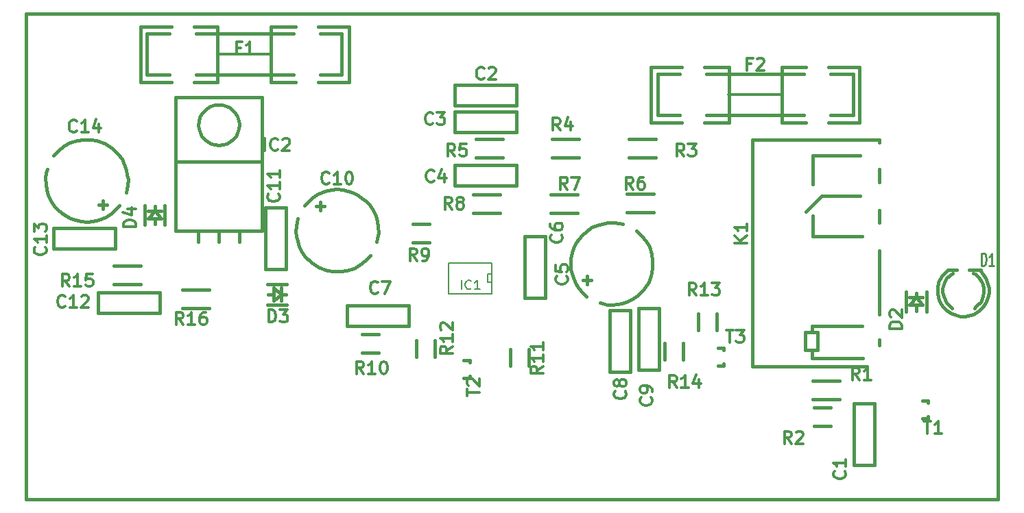
<source format=gbr>
G04 (created by PCBNEW-RS274X (2012-01-19 BZR 3256)-stable) date Mi 26 Sep 2012 16:02:33 CEST*
G01*
G70*
G90*
%MOIN*%
G04 Gerber Fmt 3.4, Leading zero omitted, Abs format*
%FSLAX34Y34*%
G04 APERTURE LIST*
%ADD10C,0.006000*%
%ADD11C,0.015000*%
%ADD12C,0.012000*%
%ADD13C,0.005000*%
%ADD14C,0.010000*%
G04 APERTURE END LIST*
G54D10*
G54D11*
X37400Y-47250D02*
X84644Y-47250D01*
X84644Y-47250D02*
X84644Y-23628D01*
X84644Y-23628D02*
X37400Y-23628D01*
X37400Y-23628D02*
X37400Y-47250D01*
X61626Y-37461D02*
X62626Y-37461D01*
X62626Y-37461D02*
X62626Y-34461D01*
X62626Y-34461D02*
X61626Y-34461D01*
X61626Y-34461D02*
X61626Y-37461D01*
X41752Y-35066D02*
X41752Y-34066D01*
X41752Y-34066D02*
X38752Y-34066D01*
X38752Y-34066D02*
X38752Y-35066D01*
X38752Y-35066D02*
X41752Y-35066D01*
X65760Y-41043D02*
X66760Y-41043D01*
X66760Y-41043D02*
X66760Y-38043D01*
X66760Y-38043D02*
X65760Y-38043D01*
X65760Y-38043D02*
X65760Y-41043D01*
X67178Y-40965D02*
X68178Y-40965D01*
X68178Y-40965D02*
X68178Y-37965D01*
X68178Y-37965D02*
X67178Y-37965D01*
X67178Y-37965D02*
X67178Y-40965D01*
X58248Y-30997D02*
X58248Y-31997D01*
X58248Y-31997D02*
X61248Y-31997D01*
X61248Y-31997D02*
X61248Y-30997D01*
X61248Y-30997D02*
X58248Y-30997D01*
X58249Y-28399D02*
X58249Y-29399D01*
X58249Y-29399D02*
X61249Y-29399D01*
X61249Y-29399D02*
X61249Y-28399D01*
X61249Y-28399D02*
X58249Y-28399D01*
X58248Y-27099D02*
X58248Y-28099D01*
X58248Y-28099D02*
X61248Y-28099D01*
X61248Y-28099D02*
X61248Y-27099D01*
X61248Y-27099D02*
X58248Y-27099D01*
X78650Y-42579D02*
X77650Y-42579D01*
X77650Y-42579D02*
X77650Y-45579D01*
X77650Y-45579D02*
X78650Y-45579D01*
X78650Y-45579D02*
X78650Y-42579D01*
X53012Y-37807D02*
X53012Y-38807D01*
X53012Y-38807D02*
X56012Y-38807D01*
X56012Y-38807D02*
X56012Y-37807D01*
X56012Y-37807D02*
X53012Y-37807D01*
X49028Y-36043D02*
X50028Y-36043D01*
X50028Y-36043D02*
X50028Y-33043D01*
X50028Y-33043D02*
X49028Y-33043D01*
X49028Y-33043D02*
X49028Y-36043D01*
X43917Y-38177D02*
X43917Y-37177D01*
X43917Y-37177D02*
X40917Y-37177D01*
X40917Y-37177D02*
X40917Y-38177D01*
X40917Y-38177D02*
X43917Y-38177D01*
X43661Y-33582D02*
X43661Y-33858D01*
X43661Y-33208D02*
X43661Y-32992D01*
X43661Y-33208D02*
X43976Y-33208D01*
X43661Y-33208D02*
X43346Y-33208D01*
X43661Y-33208D02*
X43346Y-33582D01*
X43346Y-33582D02*
X43976Y-33582D01*
X43976Y-33582D02*
X43661Y-33208D01*
X43169Y-33858D02*
X43169Y-33897D01*
X44153Y-33858D02*
X44153Y-33897D01*
X43169Y-32953D02*
X43169Y-33878D01*
X44153Y-32953D02*
X44153Y-33838D01*
X80670Y-37795D02*
X80670Y-38071D01*
X80670Y-37421D02*
X80670Y-37205D01*
X80670Y-37421D02*
X80985Y-37421D01*
X80670Y-37421D02*
X80355Y-37421D01*
X80670Y-37421D02*
X80355Y-37795D01*
X80355Y-37795D02*
X80985Y-37795D01*
X80985Y-37795D02*
X80670Y-37421D01*
X80178Y-38071D02*
X80178Y-38110D01*
X81162Y-38071D02*
X81162Y-38110D01*
X80178Y-37166D02*
X80178Y-38091D01*
X81162Y-37166D02*
X81162Y-38051D01*
X49449Y-37283D02*
X49173Y-37283D01*
X49823Y-37283D02*
X50039Y-37283D01*
X49823Y-37283D02*
X49823Y-37598D01*
X49823Y-37283D02*
X49823Y-36968D01*
X49823Y-37283D02*
X49449Y-36968D01*
X49449Y-36968D02*
X49449Y-37598D01*
X49449Y-37598D02*
X49823Y-37283D01*
X49173Y-36791D02*
X49134Y-36791D01*
X49173Y-37775D02*
X49134Y-37775D01*
X50078Y-36791D02*
X49153Y-36791D01*
X50078Y-37775D02*
X49193Y-37775D01*
X82203Y-36087D02*
X82653Y-36087D01*
X83803Y-36087D02*
X83253Y-36087D01*
X82453Y-36237D02*
X82303Y-36337D01*
X82303Y-36337D02*
X82153Y-36487D01*
X82153Y-36487D02*
X82053Y-36687D01*
X82053Y-36687D02*
X81953Y-36987D01*
X81953Y-36987D02*
X81953Y-37137D01*
X81953Y-37137D02*
X82003Y-37387D01*
X82003Y-37387D02*
X82153Y-37687D01*
X82153Y-37687D02*
X82253Y-37787D01*
X82253Y-37787D02*
X82403Y-37937D01*
X83803Y-37637D02*
X83653Y-37787D01*
X83653Y-37787D02*
X83553Y-37887D01*
X83553Y-37887D02*
X83503Y-37937D01*
X83453Y-36237D02*
X83553Y-36287D01*
X83553Y-36287D02*
X83703Y-36437D01*
X83703Y-36437D02*
X83853Y-36637D01*
X83853Y-36637D02*
X83903Y-36787D01*
X83903Y-36787D02*
X83953Y-36987D01*
X83953Y-36987D02*
X83953Y-37137D01*
X83953Y-37137D02*
X83903Y-37387D01*
X83903Y-37387D02*
X83803Y-37637D01*
X82203Y-36087D02*
X82053Y-36237D01*
X83803Y-36137D02*
X83903Y-36287D01*
X83903Y-36287D02*
X84053Y-36487D01*
X84053Y-36487D02*
X84153Y-36737D01*
X84153Y-36737D02*
X84203Y-36987D01*
X84203Y-36987D02*
X84203Y-37187D01*
X84203Y-37187D02*
X84153Y-37437D01*
X84153Y-37437D02*
X84053Y-37687D01*
X84053Y-37687D02*
X83903Y-37887D01*
X83903Y-37887D02*
X83703Y-38087D01*
X83703Y-38087D02*
X83453Y-38237D01*
X83453Y-38237D02*
X83303Y-38287D01*
X83303Y-38287D02*
X83053Y-38337D01*
X83053Y-38337D02*
X82803Y-38337D01*
X82803Y-38337D02*
X82603Y-38287D01*
X82603Y-38287D02*
X82353Y-38187D01*
X82353Y-38187D02*
X82153Y-38037D01*
X82153Y-38037D02*
X81953Y-37837D01*
X81953Y-37837D02*
X81853Y-37687D01*
X81853Y-37687D02*
X81753Y-37437D01*
X81753Y-37437D02*
X81703Y-37187D01*
X81703Y-37187D02*
X81703Y-36937D01*
X81703Y-36937D02*
X81753Y-36687D01*
X81753Y-36687D02*
X81903Y-36387D01*
X81903Y-36387D02*
X82053Y-36237D01*
X75591Y-40000D02*
X75591Y-40394D01*
X75591Y-40394D02*
X78072Y-40394D01*
X75591Y-39134D02*
X75591Y-38819D01*
X75591Y-38819D02*
X78032Y-38819D01*
X75631Y-31930D02*
X75631Y-30512D01*
X75631Y-30512D02*
X77954Y-30512D01*
X75631Y-33465D02*
X75631Y-34449D01*
X75631Y-34449D02*
X78032Y-34449D01*
X77954Y-32481D02*
X76064Y-32481D01*
X76064Y-32481D02*
X75316Y-33268D01*
X72717Y-29764D02*
X78859Y-29764D01*
X78859Y-39489D02*
X78859Y-39764D01*
X78859Y-35158D02*
X78859Y-38268D01*
X78859Y-33189D02*
X78859Y-33780D01*
X78859Y-31182D02*
X78859Y-31811D01*
X78859Y-29804D02*
X78859Y-29882D01*
X72717Y-29764D02*
X72717Y-40788D01*
X72717Y-40788D02*
X78269Y-40788D01*
X75532Y-39115D02*
X75276Y-39115D01*
X75276Y-39115D02*
X75276Y-39991D01*
X75276Y-39991D02*
X75877Y-39991D01*
X75877Y-39991D02*
X75877Y-39115D01*
X75877Y-39115D02*
X75512Y-39115D01*
X76103Y-42778D02*
X75703Y-42778D01*
X76103Y-42778D02*
X76503Y-42778D01*
X76103Y-43678D02*
X75703Y-43678D01*
X76103Y-43678D02*
X76503Y-43678D01*
X56600Y-34750D02*
X57000Y-34750D01*
X56600Y-34750D02*
X56200Y-34750D01*
X56600Y-33850D02*
X57000Y-33850D01*
X56600Y-33850D02*
X56200Y-33850D01*
X61828Y-40354D02*
X61828Y-39954D01*
X61828Y-40354D02*
X61828Y-40754D01*
X60928Y-40354D02*
X60928Y-39954D01*
X60928Y-40354D02*
X60928Y-40754D01*
X70062Y-38622D02*
X70062Y-39022D01*
X70062Y-38622D02*
X70062Y-38222D01*
X70962Y-38622D02*
X70962Y-39022D01*
X70962Y-38622D02*
X70962Y-38222D01*
X57262Y-39921D02*
X57262Y-39521D01*
X57262Y-39921D02*
X57262Y-40321D01*
X56362Y-39921D02*
X56362Y-39521D01*
X56362Y-39921D02*
X56362Y-40321D01*
X54134Y-40135D02*
X54534Y-40135D01*
X54134Y-40135D02*
X53734Y-40135D01*
X54134Y-39235D02*
X54534Y-39235D01*
X54134Y-39235D02*
X53734Y-39235D01*
X69348Y-40039D02*
X69348Y-39639D01*
X69348Y-40039D02*
X69348Y-40439D01*
X68448Y-40039D02*
X68448Y-39639D01*
X68448Y-40039D02*
X68448Y-40439D01*
X46318Y-37969D02*
X45018Y-37969D01*
X45668Y-37069D02*
X45018Y-37069D01*
X45668Y-37069D02*
X46318Y-37069D01*
X66713Y-29707D02*
X68013Y-29707D01*
X67363Y-30607D02*
X68013Y-30607D01*
X67363Y-30607D02*
X66713Y-30607D01*
X62973Y-29707D02*
X64273Y-29707D01*
X63623Y-30607D02*
X64273Y-30607D01*
X63623Y-30607D02*
X62973Y-30607D01*
X59272Y-29708D02*
X60572Y-29708D01*
X59922Y-30608D02*
X60572Y-30608D01*
X59922Y-30608D02*
X59272Y-30608D01*
X66594Y-32385D02*
X67894Y-32385D01*
X67244Y-33285D02*
X67894Y-33285D01*
X67244Y-33285D02*
X66594Y-33285D01*
X62893Y-32425D02*
X64193Y-32425D01*
X63543Y-33325D02*
X64193Y-33325D01*
X63543Y-33325D02*
X62893Y-33325D01*
X59153Y-32425D02*
X60453Y-32425D01*
X59803Y-33325D02*
X60453Y-33325D01*
X59803Y-33325D02*
X59153Y-33325D01*
X42973Y-36788D02*
X41673Y-36788D01*
X42323Y-35888D02*
X41673Y-35888D01*
X42323Y-35888D02*
X42973Y-35888D01*
X76950Y-42379D02*
X75650Y-42379D01*
X76300Y-41479D02*
X75650Y-41479D01*
X76300Y-41479D02*
X76950Y-41479D01*
X45770Y-34179D02*
X45770Y-34729D01*
X46770Y-34179D02*
X46770Y-34729D01*
X47770Y-34179D02*
X47770Y-34729D01*
X47759Y-29029D02*
X47740Y-29221D01*
X47684Y-29405D01*
X47593Y-29576D01*
X47471Y-29725D01*
X47323Y-29848D01*
X47153Y-29940D01*
X46968Y-29997D01*
X46776Y-30017D01*
X46585Y-30000D01*
X46400Y-29945D01*
X46229Y-29856D01*
X46079Y-29735D01*
X45954Y-29587D01*
X45861Y-29418D01*
X45803Y-29234D01*
X45782Y-29042D01*
X45798Y-28851D01*
X45851Y-28665D01*
X45939Y-28494D01*
X46059Y-28342D01*
X46206Y-28217D01*
X46375Y-28123D01*
X46558Y-28064D01*
X46750Y-28041D01*
X46941Y-28056D01*
X47127Y-28107D01*
X47299Y-28194D01*
X47452Y-28313D01*
X47578Y-28459D01*
X47673Y-28627D01*
X47734Y-28810D01*
X47758Y-29002D01*
X47759Y-29029D01*
X48870Y-30829D02*
X48870Y-27679D01*
X48870Y-27679D02*
X44670Y-27679D01*
X44670Y-27679D02*
X44670Y-30829D01*
X48870Y-34179D02*
X48870Y-30829D01*
X48870Y-30829D02*
X44670Y-30829D01*
X44670Y-30829D02*
X44670Y-34179D01*
X46770Y-34179D02*
X44670Y-34179D01*
X46770Y-34179D02*
X48870Y-34179D01*
X80965Y-42441D02*
X81241Y-42441D01*
X81241Y-42441D02*
X81241Y-42539D01*
X81241Y-43228D02*
X81241Y-43307D01*
X81241Y-43307D02*
X80965Y-43307D01*
X58681Y-40473D02*
X58957Y-40473D01*
X58957Y-40473D02*
X58957Y-40571D01*
X58957Y-41260D02*
X58957Y-41339D01*
X58957Y-41339D02*
X58681Y-41339D01*
X71043Y-39882D02*
X71319Y-39882D01*
X71319Y-39882D02*
X71319Y-39980D01*
X71319Y-40669D02*
X71319Y-40748D01*
X71319Y-40748D02*
X71043Y-40748D01*
G54D12*
X46751Y-25591D02*
X49311Y-25591D01*
G54D11*
X46716Y-26941D02*
X45566Y-26941D01*
X42966Y-26941D02*
X44466Y-26941D01*
X43266Y-26591D02*
X44366Y-26591D01*
X46716Y-26591D02*
X45666Y-26591D01*
X42966Y-24241D02*
X44466Y-24241D01*
X43266Y-24591D02*
X44366Y-24591D01*
X46716Y-24241D02*
X45566Y-24241D01*
X46716Y-24591D02*
X45666Y-24591D01*
X49297Y-24241D02*
X50497Y-24241D01*
X49297Y-24591D02*
X50397Y-24591D01*
X49297Y-26591D02*
X50397Y-26591D01*
X49297Y-26941D02*
X50497Y-26941D01*
X53097Y-26941D02*
X51597Y-26941D01*
X52747Y-26591D02*
X51697Y-26591D01*
X53097Y-24241D02*
X51597Y-24241D01*
X52747Y-24591D02*
X51697Y-24591D01*
X53097Y-24241D02*
X53097Y-26941D01*
X49297Y-26941D02*
X49297Y-26591D01*
X49297Y-24241D02*
X49297Y-24591D01*
X42965Y-24241D02*
X42965Y-26941D01*
X46715Y-26941D02*
X46715Y-26591D01*
X46715Y-24241D02*
X46715Y-24641D01*
X50281Y-26591D02*
X45681Y-26591D01*
X45731Y-24591D02*
X50281Y-24591D01*
X46715Y-25591D02*
X46715Y-24591D01*
X43265Y-24591D02*
X43265Y-26591D01*
X46715Y-26591D02*
X46715Y-25591D01*
X49297Y-25591D02*
X49297Y-24591D01*
X52746Y-24591D02*
X52746Y-26591D01*
X49297Y-26591D02*
X49297Y-25591D01*
G54D12*
X74115Y-27559D02*
X71555Y-27559D01*
G54D11*
X74150Y-26209D02*
X75300Y-26209D01*
X77900Y-26209D02*
X76400Y-26209D01*
X77600Y-26559D02*
X76500Y-26559D01*
X74150Y-26559D02*
X75200Y-26559D01*
X77900Y-28909D02*
X76400Y-28909D01*
X77600Y-28559D02*
X76500Y-28559D01*
X74150Y-28909D02*
X75300Y-28909D01*
X74150Y-28559D02*
X75200Y-28559D01*
X71569Y-28909D02*
X70369Y-28909D01*
X71569Y-28559D02*
X70469Y-28559D01*
X71569Y-26559D02*
X70469Y-26559D01*
X71569Y-26209D02*
X70369Y-26209D01*
X67769Y-26209D02*
X69269Y-26209D01*
X68119Y-26559D02*
X69169Y-26559D01*
X67769Y-28909D02*
X69269Y-28909D01*
X68119Y-28559D02*
X69169Y-28559D01*
X67769Y-28909D02*
X67769Y-26209D01*
X71569Y-26209D02*
X71569Y-26559D01*
X71569Y-28909D02*
X71569Y-28559D01*
X77901Y-28909D02*
X77901Y-26209D01*
X74151Y-26209D02*
X74151Y-26559D01*
X74151Y-28909D02*
X74151Y-28509D01*
X70585Y-26559D02*
X75185Y-26559D01*
X75135Y-28559D02*
X70585Y-28559D01*
X74151Y-27559D02*
X74151Y-28559D01*
X77601Y-28559D02*
X77601Y-26559D01*
X74151Y-26559D02*
X74151Y-27559D01*
X71569Y-27559D02*
X71569Y-28559D01*
X68120Y-28559D02*
X68120Y-26559D01*
X71569Y-26559D02*
X71569Y-27559D01*
G54D13*
X60050Y-35800D02*
X60050Y-35750D01*
X60050Y-35750D02*
X57950Y-35750D01*
X57950Y-37250D02*
X60050Y-37250D01*
X60050Y-37250D02*
X60050Y-35800D01*
X60050Y-36700D02*
X59850Y-36700D01*
X59850Y-36700D02*
X59850Y-36300D01*
X59850Y-36300D02*
X60050Y-36300D01*
X57950Y-37250D02*
X57950Y-35750D01*
G54D11*
X65296Y-37696D02*
X65434Y-37736D01*
X65434Y-37736D02*
X65631Y-37775D01*
X65631Y-37775D02*
X65906Y-37795D01*
X65906Y-37795D02*
X66143Y-37756D01*
X66143Y-37756D02*
X66379Y-37716D01*
X66379Y-37716D02*
X66654Y-37618D01*
X66654Y-37618D02*
X66910Y-37500D01*
X66910Y-37500D02*
X67147Y-37322D01*
X67147Y-37322D02*
X67422Y-37047D01*
X67422Y-37047D02*
X67658Y-36693D01*
X67658Y-36693D02*
X67816Y-36259D01*
X67816Y-36259D02*
X67855Y-35964D01*
X67855Y-35964D02*
X67855Y-35610D01*
X67855Y-35610D02*
X67816Y-35334D01*
X67816Y-35334D02*
X67698Y-34960D01*
X67698Y-34960D02*
X67540Y-34685D01*
X67540Y-34685D02*
X67304Y-34409D01*
X67304Y-34409D02*
X67068Y-34173D01*
X65414Y-33838D02*
X65139Y-33917D01*
X65139Y-33917D02*
X64883Y-34035D01*
X64883Y-34035D02*
X64627Y-34212D01*
X64627Y-34212D02*
X64450Y-34370D01*
X64450Y-34370D02*
X64273Y-34586D01*
X64273Y-34586D02*
X64154Y-34763D01*
X64154Y-34763D02*
X64017Y-35019D01*
X64017Y-35019D02*
X63938Y-35256D01*
X63938Y-35256D02*
X63879Y-35511D01*
X63879Y-35511D02*
X63859Y-35807D01*
X63859Y-35807D02*
X63879Y-36063D01*
X63879Y-36063D02*
X63958Y-36378D01*
X63958Y-36378D02*
X64095Y-36712D01*
X64095Y-36712D02*
X64253Y-36968D01*
X64253Y-36968D02*
X64469Y-37204D01*
X64469Y-37204D02*
X64647Y-37381D01*
X66418Y-33858D02*
X66241Y-33818D01*
X66241Y-33818D02*
X65965Y-33779D01*
X65965Y-33779D02*
X65670Y-33799D01*
X65670Y-33799D02*
X65414Y-33838D01*
X64467Y-36587D02*
X64867Y-36587D01*
X64667Y-36787D02*
X64667Y-36387D01*
X50611Y-33602D02*
X50571Y-33740D01*
X50571Y-33740D02*
X50532Y-33937D01*
X50532Y-33937D02*
X50512Y-34212D01*
X50512Y-34212D02*
X50551Y-34449D01*
X50551Y-34449D02*
X50591Y-34685D01*
X50591Y-34685D02*
X50689Y-34960D01*
X50689Y-34960D02*
X50807Y-35216D01*
X50807Y-35216D02*
X50985Y-35453D01*
X50985Y-35453D02*
X51260Y-35728D01*
X51260Y-35728D02*
X51614Y-35964D01*
X51614Y-35964D02*
X52048Y-36122D01*
X52048Y-36122D02*
X52343Y-36161D01*
X52343Y-36161D02*
X52697Y-36161D01*
X52697Y-36161D02*
X52973Y-36122D01*
X52973Y-36122D02*
X53347Y-36004D01*
X53347Y-36004D02*
X53622Y-35846D01*
X53622Y-35846D02*
X53898Y-35610D01*
X53898Y-35610D02*
X54134Y-35374D01*
X54469Y-33720D02*
X54390Y-33445D01*
X54390Y-33445D02*
X54272Y-33189D01*
X54272Y-33189D02*
X54095Y-32933D01*
X54095Y-32933D02*
X53937Y-32756D01*
X53937Y-32756D02*
X53721Y-32579D01*
X53721Y-32579D02*
X53544Y-32460D01*
X53544Y-32460D02*
X53288Y-32323D01*
X53288Y-32323D02*
X53051Y-32244D01*
X53051Y-32244D02*
X52796Y-32185D01*
X52796Y-32185D02*
X52500Y-32165D01*
X52500Y-32165D02*
X52244Y-32185D01*
X52244Y-32185D02*
X51929Y-32264D01*
X51929Y-32264D02*
X51595Y-32401D01*
X51595Y-32401D02*
X51339Y-32559D01*
X51339Y-32559D02*
X51103Y-32775D01*
X51103Y-32775D02*
X50926Y-32953D01*
X54449Y-34724D02*
X54489Y-34547D01*
X54489Y-34547D02*
X54528Y-34271D01*
X54528Y-34271D02*
X54508Y-33976D01*
X54508Y-33976D02*
X54469Y-33720D01*
X51720Y-32773D02*
X51720Y-33173D01*
X51520Y-32973D02*
X51920Y-32973D01*
X42263Y-32303D02*
X42303Y-32165D01*
X42303Y-32165D02*
X42342Y-31968D01*
X42342Y-31968D02*
X42362Y-31693D01*
X42362Y-31693D02*
X42323Y-31456D01*
X42323Y-31456D02*
X42283Y-31220D01*
X42283Y-31220D02*
X42185Y-30945D01*
X42185Y-30945D02*
X42067Y-30689D01*
X42067Y-30689D02*
X41889Y-30452D01*
X41889Y-30452D02*
X41614Y-30177D01*
X41614Y-30177D02*
X41260Y-29941D01*
X41260Y-29941D02*
X40826Y-29783D01*
X40826Y-29783D02*
X40531Y-29744D01*
X40531Y-29744D02*
X40177Y-29744D01*
X40177Y-29744D02*
X39901Y-29783D01*
X39901Y-29783D02*
X39527Y-29901D01*
X39527Y-29901D02*
X39252Y-30059D01*
X39252Y-30059D02*
X38976Y-30295D01*
X38976Y-30295D02*
X38740Y-30531D01*
X38405Y-32185D02*
X38484Y-32460D01*
X38484Y-32460D02*
X38602Y-32716D01*
X38602Y-32716D02*
X38779Y-32972D01*
X38779Y-32972D02*
X38937Y-33149D01*
X38937Y-33149D02*
X39153Y-33326D01*
X39153Y-33326D02*
X39330Y-33445D01*
X39330Y-33445D02*
X39586Y-33582D01*
X39586Y-33582D02*
X39823Y-33661D01*
X39823Y-33661D02*
X40078Y-33720D01*
X40078Y-33720D02*
X40374Y-33740D01*
X40374Y-33740D02*
X40630Y-33720D01*
X40630Y-33720D02*
X40945Y-33641D01*
X40945Y-33641D02*
X41279Y-33504D01*
X41279Y-33504D02*
X41535Y-33346D01*
X41535Y-33346D02*
X41771Y-33130D01*
X41771Y-33130D02*
X41948Y-32952D01*
X38425Y-31181D02*
X38385Y-31358D01*
X38385Y-31358D02*
X38346Y-31634D01*
X38346Y-31634D02*
X38366Y-31929D01*
X38366Y-31929D02*
X38405Y-32185D01*
X41154Y-33132D02*
X41154Y-32732D01*
X41354Y-32932D02*
X40954Y-32932D01*
G54D12*
X63426Y-34375D02*
X63454Y-34404D01*
X63483Y-34490D01*
X63483Y-34547D01*
X63454Y-34632D01*
X63397Y-34690D01*
X63340Y-34718D01*
X63226Y-34747D01*
X63140Y-34747D01*
X63026Y-34718D01*
X62969Y-34690D01*
X62911Y-34632D01*
X62883Y-34547D01*
X62883Y-34490D01*
X62911Y-34404D01*
X62940Y-34375D01*
X62883Y-33861D02*
X62883Y-33975D01*
X62911Y-34032D01*
X62940Y-34061D01*
X63026Y-34118D01*
X63140Y-34147D01*
X63369Y-34147D01*
X63426Y-34118D01*
X63454Y-34090D01*
X63483Y-34032D01*
X63483Y-33918D01*
X63454Y-33861D01*
X63426Y-33832D01*
X63369Y-33804D01*
X63226Y-33804D01*
X63169Y-33832D01*
X63140Y-33861D01*
X63111Y-33918D01*
X63111Y-34032D01*
X63140Y-34090D01*
X63169Y-34118D01*
X63226Y-34147D01*
X38336Y-34985D02*
X38364Y-35014D01*
X38393Y-35100D01*
X38393Y-35157D01*
X38364Y-35242D01*
X38307Y-35300D01*
X38250Y-35328D01*
X38136Y-35357D01*
X38050Y-35357D01*
X37936Y-35328D01*
X37879Y-35300D01*
X37821Y-35242D01*
X37793Y-35157D01*
X37793Y-35100D01*
X37821Y-35014D01*
X37850Y-34985D01*
X38393Y-34414D02*
X38393Y-34757D01*
X38393Y-34585D02*
X37793Y-34585D01*
X37879Y-34642D01*
X37936Y-34700D01*
X37964Y-34757D01*
X37793Y-34214D02*
X37793Y-33843D01*
X38021Y-34043D01*
X38021Y-33957D01*
X38050Y-33900D01*
X38079Y-33871D01*
X38136Y-33843D01*
X38279Y-33843D01*
X38336Y-33871D01*
X38364Y-33900D01*
X38393Y-33957D01*
X38393Y-34129D01*
X38364Y-34186D01*
X38336Y-34214D01*
X66525Y-41989D02*
X66553Y-42018D01*
X66582Y-42104D01*
X66582Y-42161D01*
X66553Y-42246D01*
X66496Y-42304D01*
X66439Y-42332D01*
X66325Y-42361D01*
X66239Y-42361D01*
X66125Y-42332D01*
X66068Y-42304D01*
X66010Y-42246D01*
X65982Y-42161D01*
X65982Y-42104D01*
X66010Y-42018D01*
X66039Y-41989D01*
X66239Y-41646D02*
X66210Y-41704D01*
X66182Y-41732D01*
X66125Y-41761D01*
X66096Y-41761D01*
X66039Y-41732D01*
X66010Y-41704D01*
X65982Y-41646D01*
X65982Y-41532D01*
X66010Y-41475D01*
X66039Y-41446D01*
X66096Y-41418D01*
X66125Y-41418D01*
X66182Y-41446D01*
X66210Y-41475D01*
X66239Y-41532D01*
X66239Y-41646D01*
X66268Y-41704D01*
X66296Y-41732D01*
X66353Y-41761D01*
X66468Y-41761D01*
X66525Y-41732D01*
X66553Y-41704D01*
X66582Y-41646D01*
X66582Y-41532D01*
X66553Y-41475D01*
X66525Y-41446D01*
X66468Y-41418D01*
X66353Y-41418D01*
X66296Y-41446D01*
X66268Y-41475D01*
X66239Y-41532D01*
X67786Y-42299D02*
X67814Y-42328D01*
X67843Y-42414D01*
X67843Y-42471D01*
X67814Y-42556D01*
X67757Y-42614D01*
X67700Y-42642D01*
X67586Y-42671D01*
X67500Y-42671D01*
X67386Y-42642D01*
X67329Y-42614D01*
X67271Y-42556D01*
X67243Y-42471D01*
X67243Y-42414D01*
X67271Y-42328D01*
X67300Y-42299D01*
X67843Y-42014D02*
X67843Y-41899D01*
X67814Y-41842D01*
X67786Y-41814D01*
X67700Y-41756D01*
X67586Y-41728D01*
X67357Y-41728D01*
X67300Y-41756D01*
X67271Y-41785D01*
X67243Y-41842D01*
X67243Y-41956D01*
X67271Y-42014D01*
X67300Y-42042D01*
X67357Y-42071D01*
X67500Y-42071D01*
X67557Y-42042D01*
X67586Y-42014D01*
X67614Y-41956D01*
X67614Y-41842D01*
X67586Y-41785D01*
X67557Y-41756D01*
X67500Y-41728D01*
X57224Y-31761D02*
X57195Y-31789D01*
X57109Y-31818D01*
X57052Y-31818D01*
X56967Y-31789D01*
X56909Y-31732D01*
X56881Y-31675D01*
X56852Y-31561D01*
X56852Y-31475D01*
X56881Y-31361D01*
X56909Y-31304D01*
X56967Y-31246D01*
X57052Y-31218D01*
X57109Y-31218D01*
X57195Y-31246D01*
X57224Y-31275D01*
X57738Y-31418D02*
X57738Y-31818D01*
X57595Y-31189D02*
X57452Y-31618D01*
X57824Y-31618D01*
X57184Y-28966D02*
X57155Y-28994D01*
X57069Y-29023D01*
X57012Y-29023D01*
X56927Y-28994D01*
X56869Y-28937D01*
X56841Y-28880D01*
X56812Y-28766D01*
X56812Y-28680D01*
X56841Y-28566D01*
X56869Y-28509D01*
X56927Y-28451D01*
X57012Y-28423D01*
X57069Y-28423D01*
X57155Y-28451D01*
X57184Y-28480D01*
X57384Y-28423D02*
X57755Y-28423D01*
X57555Y-28651D01*
X57641Y-28651D01*
X57698Y-28680D01*
X57727Y-28709D01*
X57755Y-28766D01*
X57755Y-28909D01*
X57727Y-28966D01*
X57698Y-28994D01*
X57641Y-29023D01*
X57469Y-29023D01*
X57412Y-28994D01*
X57384Y-28966D01*
X59665Y-26761D02*
X59636Y-26789D01*
X59550Y-26818D01*
X59493Y-26818D01*
X59408Y-26789D01*
X59350Y-26732D01*
X59322Y-26675D01*
X59293Y-26561D01*
X59293Y-26475D01*
X59322Y-26361D01*
X59350Y-26304D01*
X59408Y-26246D01*
X59493Y-26218D01*
X59550Y-26218D01*
X59636Y-26246D01*
X59665Y-26275D01*
X59893Y-26275D02*
X59922Y-26246D01*
X59979Y-26218D01*
X60122Y-26218D01*
X60179Y-26246D01*
X60208Y-26275D01*
X60236Y-26332D01*
X60236Y-26389D01*
X60208Y-26475D01*
X59865Y-26818D01*
X60236Y-26818D01*
X77194Y-45886D02*
X77222Y-45915D01*
X77251Y-46001D01*
X77251Y-46058D01*
X77222Y-46143D01*
X77165Y-46201D01*
X77108Y-46229D01*
X76994Y-46258D01*
X76908Y-46258D01*
X76794Y-46229D01*
X76737Y-46201D01*
X76679Y-46143D01*
X76651Y-46058D01*
X76651Y-46001D01*
X76679Y-45915D01*
X76708Y-45886D01*
X77251Y-45315D02*
X77251Y-45658D01*
X77251Y-45486D02*
X76651Y-45486D01*
X76737Y-45543D01*
X76794Y-45601D01*
X76822Y-45658D01*
X54501Y-37186D02*
X54472Y-37214D01*
X54386Y-37243D01*
X54329Y-37243D01*
X54244Y-37214D01*
X54186Y-37157D01*
X54158Y-37100D01*
X54129Y-36986D01*
X54129Y-36900D01*
X54158Y-36786D01*
X54186Y-36729D01*
X54244Y-36671D01*
X54329Y-36643D01*
X54386Y-36643D01*
X54472Y-36671D01*
X54501Y-36700D01*
X54701Y-36643D02*
X55101Y-36643D01*
X54844Y-37243D01*
X49674Y-32393D02*
X49702Y-32422D01*
X49731Y-32508D01*
X49731Y-32565D01*
X49702Y-32650D01*
X49645Y-32708D01*
X49588Y-32736D01*
X49474Y-32765D01*
X49388Y-32765D01*
X49274Y-32736D01*
X49217Y-32708D01*
X49159Y-32650D01*
X49131Y-32565D01*
X49131Y-32508D01*
X49159Y-32422D01*
X49188Y-32393D01*
X49731Y-31822D02*
X49731Y-32165D01*
X49731Y-31993D02*
X49131Y-31993D01*
X49217Y-32050D01*
X49274Y-32108D01*
X49302Y-32165D01*
X49731Y-31251D02*
X49731Y-31594D01*
X49731Y-31422D02*
X49131Y-31422D01*
X49217Y-31479D01*
X49274Y-31537D01*
X49302Y-31594D01*
X39300Y-37863D02*
X39271Y-37891D01*
X39185Y-37920D01*
X39128Y-37920D01*
X39043Y-37891D01*
X38985Y-37834D01*
X38957Y-37777D01*
X38928Y-37663D01*
X38928Y-37577D01*
X38957Y-37463D01*
X38985Y-37406D01*
X39043Y-37348D01*
X39128Y-37320D01*
X39185Y-37320D01*
X39271Y-37348D01*
X39300Y-37377D01*
X39871Y-37920D02*
X39528Y-37920D01*
X39700Y-37920D02*
X39700Y-37320D01*
X39643Y-37406D01*
X39585Y-37463D01*
X39528Y-37491D01*
X40099Y-37377D02*
X40128Y-37348D01*
X40185Y-37320D01*
X40328Y-37320D01*
X40385Y-37348D01*
X40414Y-37377D01*
X40442Y-37434D01*
X40442Y-37491D01*
X40414Y-37577D01*
X40071Y-37920D01*
X40442Y-37920D01*
X42743Y-33992D02*
X42143Y-33992D01*
X42143Y-33849D01*
X42171Y-33764D01*
X42229Y-33706D01*
X42286Y-33678D01*
X42400Y-33649D01*
X42486Y-33649D01*
X42600Y-33678D01*
X42657Y-33706D01*
X42714Y-33764D01*
X42743Y-33849D01*
X42743Y-33992D01*
X42343Y-33135D02*
X42743Y-33135D01*
X42114Y-33278D02*
X42543Y-33421D01*
X42543Y-33049D01*
X79967Y-38946D02*
X79367Y-38946D01*
X79367Y-38803D01*
X79395Y-38718D01*
X79453Y-38660D01*
X79510Y-38632D01*
X79624Y-38603D01*
X79710Y-38603D01*
X79824Y-38632D01*
X79881Y-38660D01*
X79938Y-38718D01*
X79967Y-38803D01*
X79967Y-38946D01*
X79424Y-38375D02*
X79395Y-38346D01*
X79367Y-38289D01*
X79367Y-38146D01*
X79395Y-38089D01*
X79424Y-38060D01*
X79481Y-38032D01*
X79538Y-38032D01*
X79624Y-38060D01*
X79967Y-38403D01*
X79967Y-38032D01*
X49204Y-38629D02*
X49204Y-38029D01*
X49347Y-38029D01*
X49432Y-38057D01*
X49490Y-38115D01*
X49518Y-38172D01*
X49547Y-38286D01*
X49547Y-38372D01*
X49518Y-38486D01*
X49490Y-38543D01*
X49432Y-38600D01*
X49347Y-38629D01*
X49204Y-38629D01*
X49747Y-38029D02*
X50118Y-38029D01*
X49918Y-38257D01*
X50004Y-38257D01*
X50061Y-38286D01*
X50090Y-38315D01*
X50118Y-38372D01*
X50118Y-38515D01*
X50090Y-38572D01*
X50061Y-38600D01*
X50004Y-38629D01*
X49832Y-38629D01*
X49775Y-38600D01*
X49747Y-38572D01*
G54D14*
X83839Y-35873D02*
X83839Y-35273D01*
X83934Y-35273D01*
X83992Y-35301D01*
X84030Y-35359D01*
X84049Y-35416D01*
X84068Y-35530D01*
X84068Y-35616D01*
X84049Y-35730D01*
X84030Y-35787D01*
X83992Y-35844D01*
X83934Y-35873D01*
X83839Y-35873D01*
X84449Y-35873D02*
X84220Y-35873D01*
X84334Y-35873D02*
X84334Y-35273D01*
X84296Y-35359D01*
X84258Y-35416D01*
X84220Y-35444D01*
G54D12*
X72448Y-34773D02*
X71848Y-34773D01*
X72448Y-34430D02*
X72105Y-34687D01*
X71848Y-34430D02*
X72191Y-34773D01*
X72448Y-33859D02*
X72448Y-34202D01*
X72448Y-34030D02*
X71848Y-34030D01*
X71934Y-34087D01*
X71991Y-34145D01*
X72019Y-34202D01*
X74601Y-44543D02*
X74401Y-44257D01*
X74258Y-44543D02*
X74258Y-43943D01*
X74486Y-43943D01*
X74544Y-43971D01*
X74572Y-44000D01*
X74601Y-44057D01*
X74601Y-44143D01*
X74572Y-44200D01*
X74544Y-44229D01*
X74486Y-44257D01*
X74258Y-44257D01*
X74829Y-44000D02*
X74858Y-43971D01*
X74915Y-43943D01*
X75058Y-43943D01*
X75115Y-43971D01*
X75144Y-44000D01*
X75172Y-44057D01*
X75172Y-44114D01*
X75144Y-44200D01*
X74801Y-44543D01*
X75172Y-44543D01*
X56401Y-35643D02*
X56201Y-35357D01*
X56058Y-35643D02*
X56058Y-35043D01*
X56286Y-35043D01*
X56344Y-35071D01*
X56372Y-35100D01*
X56401Y-35157D01*
X56401Y-35243D01*
X56372Y-35300D01*
X56344Y-35329D01*
X56286Y-35357D01*
X56058Y-35357D01*
X56686Y-35643D02*
X56801Y-35643D01*
X56858Y-35614D01*
X56886Y-35586D01*
X56944Y-35500D01*
X56972Y-35386D01*
X56972Y-35157D01*
X56944Y-35100D01*
X56915Y-35071D01*
X56858Y-35043D01*
X56744Y-35043D01*
X56686Y-35071D01*
X56658Y-35100D01*
X56629Y-35157D01*
X56629Y-35300D01*
X56658Y-35357D01*
X56686Y-35386D01*
X56744Y-35414D01*
X56858Y-35414D01*
X56915Y-35386D01*
X56944Y-35357D01*
X56972Y-35300D01*
X62527Y-40778D02*
X62241Y-40978D01*
X62527Y-41121D02*
X61927Y-41121D01*
X61927Y-40893D01*
X61955Y-40835D01*
X61984Y-40807D01*
X62041Y-40778D01*
X62127Y-40778D01*
X62184Y-40807D01*
X62213Y-40835D01*
X62241Y-40893D01*
X62241Y-41121D01*
X62527Y-40207D02*
X62527Y-40550D01*
X62527Y-40378D02*
X61927Y-40378D01*
X62013Y-40435D01*
X62070Y-40493D01*
X62098Y-40550D01*
X62527Y-39636D02*
X62527Y-39979D01*
X62527Y-39807D02*
X61927Y-39807D01*
X62013Y-39864D01*
X62070Y-39922D01*
X62098Y-39979D01*
X69969Y-37330D02*
X69769Y-37044D01*
X69626Y-37330D02*
X69626Y-36730D01*
X69854Y-36730D01*
X69912Y-36758D01*
X69940Y-36787D01*
X69969Y-36844D01*
X69969Y-36930D01*
X69940Y-36987D01*
X69912Y-37016D01*
X69854Y-37044D01*
X69626Y-37044D01*
X70540Y-37330D02*
X70197Y-37330D01*
X70369Y-37330D02*
X70369Y-36730D01*
X70312Y-36816D01*
X70254Y-36873D01*
X70197Y-36901D01*
X70740Y-36730D02*
X71111Y-36730D01*
X70911Y-36958D01*
X70997Y-36958D01*
X71054Y-36987D01*
X71083Y-37016D01*
X71111Y-37073D01*
X71111Y-37216D01*
X71083Y-37273D01*
X71054Y-37301D01*
X70997Y-37330D01*
X70825Y-37330D01*
X70768Y-37301D01*
X70740Y-37273D01*
X58129Y-39806D02*
X57843Y-40006D01*
X58129Y-40149D02*
X57529Y-40149D01*
X57529Y-39921D01*
X57557Y-39863D01*
X57586Y-39835D01*
X57643Y-39806D01*
X57729Y-39806D01*
X57786Y-39835D01*
X57815Y-39863D01*
X57843Y-39921D01*
X57843Y-40149D01*
X58129Y-39235D02*
X58129Y-39578D01*
X58129Y-39406D02*
X57529Y-39406D01*
X57615Y-39463D01*
X57672Y-39521D01*
X57700Y-39578D01*
X57586Y-39007D02*
X57557Y-38978D01*
X57529Y-38921D01*
X57529Y-38778D01*
X57557Y-38721D01*
X57586Y-38692D01*
X57643Y-38664D01*
X57700Y-38664D01*
X57786Y-38692D01*
X58129Y-39035D01*
X58129Y-38664D01*
X53815Y-41143D02*
X53615Y-40857D01*
X53472Y-41143D02*
X53472Y-40543D01*
X53700Y-40543D01*
X53758Y-40571D01*
X53786Y-40600D01*
X53815Y-40657D01*
X53815Y-40743D01*
X53786Y-40800D01*
X53758Y-40829D01*
X53700Y-40857D01*
X53472Y-40857D01*
X54386Y-41143D02*
X54043Y-41143D01*
X54215Y-41143D02*
X54215Y-40543D01*
X54158Y-40629D01*
X54100Y-40686D01*
X54043Y-40714D01*
X54757Y-40543D02*
X54814Y-40543D01*
X54871Y-40571D01*
X54900Y-40600D01*
X54929Y-40657D01*
X54957Y-40771D01*
X54957Y-40914D01*
X54929Y-41029D01*
X54900Y-41086D01*
X54871Y-41114D01*
X54814Y-41143D01*
X54757Y-41143D01*
X54700Y-41114D01*
X54671Y-41086D01*
X54643Y-41029D01*
X54614Y-40914D01*
X54614Y-40771D01*
X54643Y-40657D01*
X54671Y-40600D01*
X54700Y-40571D01*
X54757Y-40543D01*
X69024Y-41818D02*
X68824Y-41532D01*
X68681Y-41818D02*
X68681Y-41218D01*
X68909Y-41218D01*
X68967Y-41246D01*
X68995Y-41275D01*
X69024Y-41332D01*
X69024Y-41418D01*
X68995Y-41475D01*
X68967Y-41504D01*
X68909Y-41532D01*
X68681Y-41532D01*
X69595Y-41818D02*
X69252Y-41818D01*
X69424Y-41818D02*
X69424Y-41218D01*
X69367Y-41304D01*
X69309Y-41361D01*
X69252Y-41389D01*
X70109Y-41418D02*
X70109Y-41818D01*
X69966Y-41189D02*
X69823Y-41618D01*
X70195Y-41618D01*
X45048Y-38747D02*
X44848Y-38461D01*
X44705Y-38747D02*
X44705Y-38147D01*
X44933Y-38147D01*
X44991Y-38175D01*
X45019Y-38204D01*
X45048Y-38261D01*
X45048Y-38347D01*
X45019Y-38404D01*
X44991Y-38433D01*
X44933Y-38461D01*
X44705Y-38461D01*
X45619Y-38747D02*
X45276Y-38747D01*
X45448Y-38747D02*
X45448Y-38147D01*
X45391Y-38233D01*
X45333Y-38290D01*
X45276Y-38318D01*
X46133Y-38147D02*
X46019Y-38147D01*
X45962Y-38175D01*
X45933Y-38204D01*
X45876Y-38290D01*
X45847Y-38404D01*
X45847Y-38633D01*
X45876Y-38690D01*
X45904Y-38718D01*
X45962Y-38747D01*
X46076Y-38747D01*
X46133Y-38718D01*
X46162Y-38690D01*
X46190Y-38633D01*
X46190Y-38490D01*
X46162Y-38433D01*
X46133Y-38404D01*
X46076Y-38375D01*
X45962Y-38375D01*
X45904Y-38404D01*
X45876Y-38433D01*
X45847Y-38490D01*
X69389Y-30558D02*
X69189Y-30272D01*
X69046Y-30558D02*
X69046Y-29958D01*
X69274Y-29958D01*
X69332Y-29986D01*
X69360Y-30015D01*
X69389Y-30072D01*
X69389Y-30158D01*
X69360Y-30215D01*
X69332Y-30244D01*
X69274Y-30272D01*
X69046Y-30272D01*
X69589Y-29958D02*
X69960Y-29958D01*
X69760Y-30186D01*
X69846Y-30186D01*
X69903Y-30215D01*
X69932Y-30244D01*
X69960Y-30301D01*
X69960Y-30444D01*
X69932Y-30501D01*
X69903Y-30529D01*
X69846Y-30558D01*
X69674Y-30558D01*
X69617Y-30529D01*
X69589Y-30501D01*
X63366Y-29298D02*
X63166Y-29012D01*
X63023Y-29298D02*
X63023Y-28698D01*
X63251Y-28698D01*
X63309Y-28726D01*
X63337Y-28755D01*
X63366Y-28812D01*
X63366Y-28898D01*
X63337Y-28955D01*
X63309Y-28984D01*
X63251Y-29012D01*
X63023Y-29012D01*
X63880Y-28898D02*
X63880Y-29298D01*
X63737Y-28669D02*
X63594Y-29098D01*
X63966Y-29098D01*
X58247Y-30558D02*
X58047Y-30272D01*
X57904Y-30558D02*
X57904Y-29958D01*
X58132Y-29958D01*
X58190Y-29986D01*
X58218Y-30015D01*
X58247Y-30072D01*
X58247Y-30158D01*
X58218Y-30215D01*
X58190Y-30244D01*
X58132Y-30272D01*
X57904Y-30272D01*
X58790Y-29958D02*
X58504Y-29958D01*
X58475Y-30244D01*
X58504Y-30215D01*
X58561Y-30186D01*
X58704Y-30186D01*
X58761Y-30215D01*
X58790Y-30244D01*
X58818Y-30301D01*
X58818Y-30444D01*
X58790Y-30501D01*
X58761Y-30529D01*
X58704Y-30558D01*
X58561Y-30558D01*
X58504Y-30529D01*
X58475Y-30501D01*
X66909Y-32172D02*
X66709Y-31886D01*
X66566Y-32172D02*
X66566Y-31572D01*
X66794Y-31572D01*
X66852Y-31600D01*
X66880Y-31629D01*
X66909Y-31686D01*
X66909Y-31772D01*
X66880Y-31829D01*
X66852Y-31858D01*
X66794Y-31886D01*
X66566Y-31886D01*
X67423Y-31572D02*
X67309Y-31572D01*
X67252Y-31600D01*
X67223Y-31629D01*
X67166Y-31715D01*
X67137Y-31829D01*
X67137Y-32058D01*
X67166Y-32115D01*
X67194Y-32143D01*
X67252Y-32172D01*
X67366Y-32172D01*
X67423Y-32143D01*
X67452Y-32115D01*
X67480Y-32058D01*
X67480Y-31915D01*
X67452Y-31858D01*
X67423Y-31829D01*
X67366Y-31800D01*
X67252Y-31800D01*
X67194Y-31829D01*
X67166Y-31858D01*
X67137Y-31915D01*
X63720Y-32172D02*
X63520Y-31886D01*
X63377Y-32172D02*
X63377Y-31572D01*
X63605Y-31572D01*
X63663Y-31600D01*
X63691Y-31629D01*
X63720Y-31686D01*
X63720Y-31772D01*
X63691Y-31829D01*
X63663Y-31858D01*
X63605Y-31886D01*
X63377Y-31886D01*
X63920Y-31572D02*
X64320Y-31572D01*
X64063Y-32172D01*
X58101Y-33143D02*
X57901Y-32857D01*
X57758Y-33143D02*
X57758Y-32543D01*
X57986Y-32543D01*
X58044Y-32571D01*
X58072Y-32600D01*
X58101Y-32657D01*
X58101Y-32743D01*
X58072Y-32800D01*
X58044Y-32829D01*
X57986Y-32857D01*
X57758Y-32857D01*
X58444Y-32800D02*
X58386Y-32771D01*
X58358Y-32743D01*
X58329Y-32686D01*
X58329Y-32657D01*
X58358Y-32600D01*
X58386Y-32571D01*
X58444Y-32543D01*
X58558Y-32543D01*
X58615Y-32571D01*
X58644Y-32600D01*
X58672Y-32657D01*
X58672Y-32686D01*
X58644Y-32743D01*
X58615Y-32771D01*
X58558Y-32800D01*
X58444Y-32800D01*
X58386Y-32829D01*
X58358Y-32857D01*
X58329Y-32914D01*
X58329Y-33029D01*
X58358Y-33086D01*
X58386Y-33114D01*
X58444Y-33143D01*
X58558Y-33143D01*
X58615Y-33114D01*
X58644Y-33086D01*
X58672Y-33029D01*
X58672Y-32914D01*
X58644Y-32857D01*
X58615Y-32829D01*
X58558Y-32800D01*
X39515Y-36893D02*
X39315Y-36607D01*
X39172Y-36893D02*
X39172Y-36293D01*
X39400Y-36293D01*
X39458Y-36321D01*
X39486Y-36350D01*
X39515Y-36407D01*
X39515Y-36493D01*
X39486Y-36550D01*
X39458Y-36579D01*
X39400Y-36607D01*
X39172Y-36607D01*
X40086Y-36893D02*
X39743Y-36893D01*
X39915Y-36893D02*
X39915Y-36293D01*
X39858Y-36379D01*
X39800Y-36436D01*
X39743Y-36464D01*
X40629Y-36293D02*
X40343Y-36293D01*
X40314Y-36579D01*
X40343Y-36550D01*
X40400Y-36521D01*
X40543Y-36521D01*
X40600Y-36550D01*
X40629Y-36579D01*
X40657Y-36636D01*
X40657Y-36779D01*
X40629Y-36836D01*
X40600Y-36864D01*
X40543Y-36893D01*
X40400Y-36893D01*
X40343Y-36864D01*
X40314Y-36836D01*
X77901Y-41443D02*
X77701Y-41157D01*
X77558Y-41443D02*
X77558Y-40843D01*
X77786Y-40843D01*
X77844Y-40871D01*
X77872Y-40900D01*
X77901Y-40957D01*
X77901Y-41043D01*
X77872Y-41100D01*
X77844Y-41129D01*
X77786Y-41157D01*
X77558Y-41157D01*
X78472Y-41443D02*
X78129Y-41443D01*
X78301Y-41443D02*
X78301Y-40843D01*
X78244Y-40929D01*
X78186Y-40986D01*
X78129Y-41014D01*
X49021Y-30282D02*
X49021Y-29682D01*
X49650Y-30225D02*
X49621Y-30253D01*
X49535Y-30282D01*
X49478Y-30282D01*
X49393Y-30253D01*
X49335Y-30196D01*
X49307Y-30139D01*
X49278Y-30025D01*
X49278Y-29939D01*
X49307Y-29825D01*
X49335Y-29768D01*
X49393Y-29710D01*
X49478Y-29682D01*
X49535Y-29682D01*
X49621Y-29710D01*
X49650Y-29739D01*
X49878Y-29739D02*
X49907Y-29710D01*
X49964Y-29682D01*
X50107Y-29682D01*
X50164Y-29710D01*
X50193Y-29739D01*
X50221Y-29796D01*
X50221Y-29853D01*
X50193Y-29939D01*
X49850Y-30282D01*
X50221Y-30282D01*
X81043Y-43443D02*
X81386Y-43443D01*
X81215Y-44043D02*
X81215Y-43443D01*
X81900Y-44043D02*
X81557Y-44043D01*
X81729Y-44043D02*
X81729Y-43443D01*
X81672Y-43529D01*
X81614Y-43586D01*
X81557Y-43614D01*
X58856Y-42229D02*
X58856Y-41886D01*
X59456Y-42057D02*
X58856Y-42057D01*
X58913Y-41715D02*
X58884Y-41686D01*
X58856Y-41629D01*
X58856Y-41486D01*
X58884Y-41429D01*
X58913Y-41400D01*
X58970Y-41372D01*
X59027Y-41372D01*
X59113Y-41400D01*
X59456Y-41743D01*
X59456Y-41372D01*
X71433Y-39014D02*
X71776Y-39014D01*
X71605Y-39614D02*
X71605Y-39014D01*
X71919Y-39014D02*
X72290Y-39014D01*
X72090Y-39242D01*
X72176Y-39242D01*
X72233Y-39271D01*
X72262Y-39300D01*
X72290Y-39357D01*
X72290Y-39500D01*
X72262Y-39557D01*
X72233Y-39585D01*
X72176Y-39614D01*
X72004Y-39614D01*
X71947Y-39585D01*
X71919Y-39557D01*
X47832Y-25270D02*
X47632Y-25270D01*
X47632Y-25584D02*
X47632Y-24984D01*
X47918Y-24984D01*
X48460Y-25584D02*
X48117Y-25584D01*
X48289Y-25584D02*
X48289Y-24984D01*
X48232Y-25070D01*
X48174Y-25127D01*
X48117Y-25155D01*
X72648Y-26063D02*
X72448Y-26063D01*
X72448Y-26377D02*
X72448Y-25777D01*
X72734Y-25777D01*
X72933Y-25834D02*
X72962Y-25805D01*
X73019Y-25777D01*
X73162Y-25777D01*
X73219Y-25805D01*
X73248Y-25834D01*
X73276Y-25891D01*
X73276Y-25948D01*
X73248Y-26034D01*
X72905Y-26377D01*
X73276Y-26377D01*
G54D10*
X58561Y-37032D02*
X58561Y-36582D01*
X59032Y-36989D02*
X59011Y-37011D01*
X58947Y-37032D01*
X58904Y-37032D01*
X58839Y-37011D01*
X58797Y-36968D01*
X58775Y-36925D01*
X58754Y-36839D01*
X58754Y-36775D01*
X58775Y-36689D01*
X58797Y-36646D01*
X58839Y-36604D01*
X58904Y-36582D01*
X58947Y-36582D01*
X59011Y-36604D01*
X59032Y-36625D01*
X59461Y-37032D02*
X59204Y-37032D01*
X59332Y-37032D02*
X59332Y-36582D01*
X59289Y-36646D01*
X59247Y-36689D01*
X59204Y-36711D01*
G54D12*
X63682Y-36398D02*
X63710Y-36427D01*
X63739Y-36513D01*
X63739Y-36570D01*
X63710Y-36655D01*
X63653Y-36713D01*
X63596Y-36741D01*
X63482Y-36770D01*
X63396Y-36770D01*
X63282Y-36741D01*
X63225Y-36713D01*
X63167Y-36655D01*
X63139Y-36570D01*
X63139Y-36513D01*
X63167Y-36427D01*
X63196Y-36398D01*
X63139Y-35855D02*
X63139Y-36141D01*
X63425Y-36170D01*
X63396Y-36141D01*
X63367Y-36084D01*
X63367Y-35941D01*
X63396Y-35884D01*
X63425Y-35855D01*
X63482Y-35827D01*
X63625Y-35827D01*
X63682Y-35855D01*
X63710Y-35884D01*
X63739Y-35941D01*
X63739Y-36084D01*
X63710Y-36141D01*
X63682Y-36170D01*
X52135Y-31859D02*
X52106Y-31887D01*
X52020Y-31916D01*
X51963Y-31916D01*
X51878Y-31887D01*
X51820Y-31830D01*
X51792Y-31773D01*
X51763Y-31659D01*
X51763Y-31573D01*
X51792Y-31459D01*
X51820Y-31402D01*
X51878Y-31344D01*
X51963Y-31316D01*
X52020Y-31316D01*
X52106Y-31344D01*
X52135Y-31373D01*
X52706Y-31916D02*
X52363Y-31916D01*
X52535Y-31916D02*
X52535Y-31316D01*
X52478Y-31402D01*
X52420Y-31459D01*
X52363Y-31487D01*
X53077Y-31316D02*
X53134Y-31316D01*
X53191Y-31344D01*
X53220Y-31373D01*
X53249Y-31430D01*
X53277Y-31544D01*
X53277Y-31687D01*
X53249Y-31802D01*
X53220Y-31859D01*
X53191Y-31887D01*
X53134Y-31916D01*
X53077Y-31916D01*
X53020Y-31887D01*
X52991Y-31859D01*
X52963Y-31802D01*
X52934Y-31687D01*
X52934Y-31544D01*
X52963Y-31430D01*
X52991Y-31373D01*
X53020Y-31344D01*
X53077Y-31316D01*
X39865Y-29336D02*
X39836Y-29364D01*
X39750Y-29393D01*
X39693Y-29393D01*
X39608Y-29364D01*
X39550Y-29307D01*
X39522Y-29250D01*
X39493Y-29136D01*
X39493Y-29050D01*
X39522Y-28936D01*
X39550Y-28879D01*
X39608Y-28821D01*
X39693Y-28793D01*
X39750Y-28793D01*
X39836Y-28821D01*
X39865Y-28850D01*
X40436Y-29393D02*
X40093Y-29393D01*
X40265Y-29393D02*
X40265Y-28793D01*
X40208Y-28879D01*
X40150Y-28936D01*
X40093Y-28964D01*
X40950Y-28993D02*
X40950Y-29393D01*
X40807Y-28764D02*
X40664Y-29193D01*
X41036Y-29193D01*
M02*

</source>
